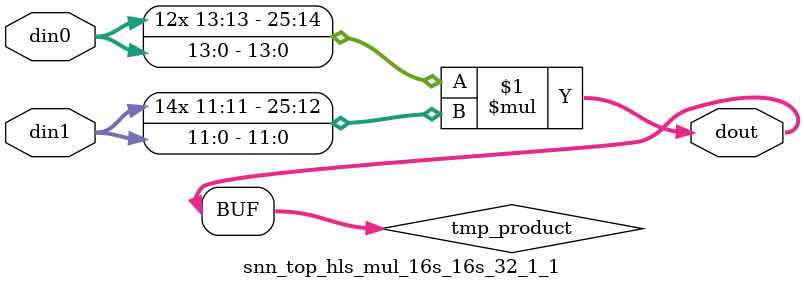
<source format=v>

`timescale 1 ns / 1 ps

 (* DowngradeIPIdentifiedWarnings="yes" *) module snn_top_hls_mul_16s_16s_32_1_1(din0, din1, dout);
parameter ID = 1;
parameter NUM_STAGE = 0;
parameter din0_WIDTH = 14;
parameter din1_WIDTH = 12;
parameter dout_WIDTH = 26;

input [din0_WIDTH - 1 : 0] din0; 
input [din1_WIDTH - 1 : 0] din1; 
output [dout_WIDTH - 1 : 0] dout;

wire signed [dout_WIDTH - 1 : 0] tmp_product;



























assign tmp_product = $signed(din0) * $signed(din1);








assign dout = tmp_product;





















endmodule

</source>
